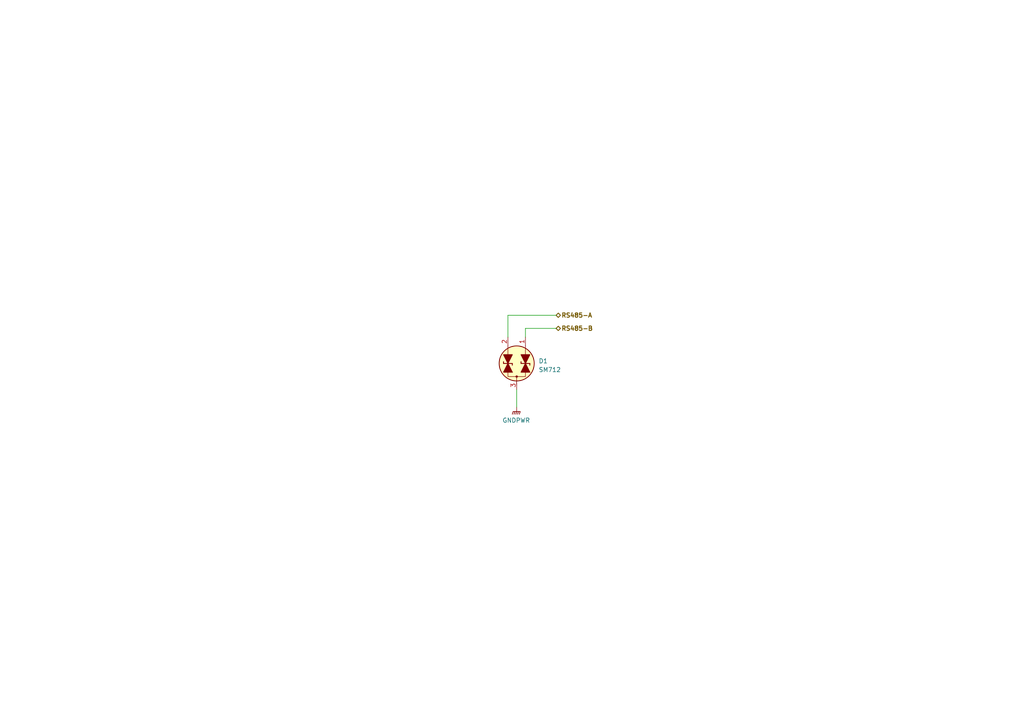
<source format=kicad_sch>
(kicad_sch
	(version 20250114)
	(generator "eeschema")
	(generator_version "9.0")
	(uuid "441bc736-eceb-4e6d-af11-4b453a0af35d")
	(paper "A4")
	(lib_symbols
		(symbol "GP8211S-TC50:GNDPWR"
			(power)
			(pin_numbers
				(hide yes)
			)
			(pin_names
				(offset 0)
				(hide yes)
			)
			(exclude_from_sim no)
			(in_bom yes)
			(on_board yes)
			(property "Reference" "#PWR"
				(at 0 -5.08 0)
				(effects
					(font
						(size 1.27 1.27)
					)
					(hide yes)
				)
			)
			(property "Value" "GNDPWR"
				(at 0 -3.302 0)
				(effects
					(font
						(size 1.27 1.27)
					)
				)
			)
			(property "Footprint" ""
				(at 0 -1.27 0)
				(effects
					(font
						(size 1.27 1.27)
					)
					(hide yes)
				)
			)
			(property "Datasheet" ""
				(at 0 -1.27 0)
				(effects
					(font
						(size 1.27 1.27)
					)
					(hide yes)
				)
			)
			(property "Description" "Power symbol creates a global label with name \"GNDPWR\" , global ground"
				(at 0 0 0)
				(effects
					(font
						(size 1.27 1.27)
					)
					(hide yes)
				)
			)
			(property "ki_keywords" "global ground"
				(at 0 0 0)
				(effects
					(font
						(size 1.27 1.27)
					)
					(hide yes)
				)
			)
			(symbol "GNDPWR_0_1"
				(polyline
					(pts
						(xy -1.016 -1.27) (xy -1.27 -2.032) (xy -1.27 -2.032)
					)
					(stroke
						(width 0.2032)
						(type default)
					)
					(fill
						(type none)
					)
				)
				(polyline
					(pts
						(xy -0.508 -1.27) (xy -0.762 -2.032) (xy -0.762 -2.032)
					)
					(stroke
						(width 0.2032)
						(type default)
					)
					(fill
						(type none)
					)
				)
				(polyline
					(pts
						(xy 0 -1.27) (xy 0 0)
					)
					(stroke
						(width 0)
						(type default)
					)
					(fill
						(type none)
					)
				)
				(polyline
					(pts
						(xy 0 -1.27) (xy -0.254 -2.032) (xy -0.254 -2.032)
					)
					(stroke
						(width 0.2032)
						(type default)
					)
					(fill
						(type none)
					)
				)
				(polyline
					(pts
						(xy 0.508 -1.27) (xy 0.254 -2.032) (xy 0.254 -2.032)
					)
					(stroke
						(width 0.2032)
						(type default)
					)
					(fill
						(type none)
					)
				)
				(polyline
					(pts
						(xy 1.016 -1.27) (xy -1.016 -1.27) (xy -1.016 -1.27)
					)
					(stroke
						(width 0.2032)
						(type default)
					)
					(fill
						(type none)
					)
				)
				(polyline
					(pts
						(xy 1.016 -1.27) (xy 0.762 -2.032) (xy 0.762 -2.032) (xy 0.762 -2.032)
					)
					(stroke
						(width 0.2032)
						(type default)
					)
					(fill
						(type none)
					)
				)
			)
			(symbol "GNDPWR_1_1"
				(pin power_in line
					(at 0 0 270)
					(length 0)
					(name "~"
						(effects
							(font
								(size 1.27 1.27)
							)
						)
					)
					(number "1"
						(effects
							(font
								(size 1.27 1.27)
							)
						)
					)
				)
			)
			(embedded_fonts no)
		)
		(symbol "GP8211S-TC50:SM712"
			(pin_names
				(offset 1.016)
				(hide yes)
			)
			(exclude_from_sim no)
			(in_bom yes)
			(on_board yes)
			(property "Reference" "D"
				(at 0 8.89 0)
				(effects
					(font
						(size 1.27 1.27)
					)
				)
			)
			(property "Value" "SM712"
				(at 0 6.35 0)
				(effects
					(font
						(size 1.27 1.27)
					)
				)
			)
			(property "Footprint" "PCM_Package_TO_SOT_SMD_AKL:SOT-23"
				(at 0 8.89 0)
				(effects
					(font
						(size 1.27 1.27)
					)
					(hide yes)
				)
			)
			(property "Datasheet" "https://www.tme.eu/Document/75933fc1842e5f5f3391c0542bf992c7/SM712.pdf"
				(at 0 8.89 0)
				(effects
					(font
						(size 1.27 1.27)
					)
					(hide yes)
				)
			)
			(property "Description" "SOT-23 Dual bidirectional TVS diode, 12V/7V, 600W, Alternate KiCAD Library"
				(at 0 0 0)
				(effects
					(font
						(size 1.27 1.27)
					)
					(hide yes)
				)
			)
			(property "ki_keywords" "dual tvs diode bidirectional SM712"
				(at 0 0 0)
				(effects
					(font
						(size 1.27 1.27)
					)
					(hide yes)
				)
			)
			(symbol "SM712_0_1"
				(polyline
					(pts
						(xy -6.35 0) (xy -3.81 0)
					)
					(stroke
						(width 0)
						(type default)
					)
					(fill
						(type none)
					)
				)
				(circle
					(center -3.81 0)
					(radius 0.254)
					(stroke
						(width 0)
						(type default)
					)
					(fill
						(type outline)
					)
				)
				(polyline
					(pts
						(xy -2.54 2.54) (xy -3.81 2.54) (xy -3.81 -2.54) (xy -2.54 -2.54)
					)
					(stroke
						(width 0)
						(type default)
					)
					(fill
						(type none)
					)
				)
				(circle
					(center 0 0)
					(radius 5.08)
					(stroke
						(width 0.254)
						(type default)
					)
					(fill
						(type background)
					)
				)
				(polyline
					(pts
						(xy 2.54 2.54) (xy 5.08 2.54)
					)
					(stroke
						(width 0)
						(type default)
					)
					(fill
						(type none)
					)
				)
				(polyline
					(pts
						(xy 2.54 -2.54) (xy 5.08 -2.54)
					)
					(stroke
						(width 0)
						(type default)
					)
					(fill
						(type none)
					)
				)
			)
			(symbol "SM712_0_2"
				(polyline
					(pts
						(xy -2.54 5.08) (xy -2.54 -5.08)
					)
					(stroke
						(width 0.254)
						(type default)
					)
					(fill
						(type none)
					)
				)
				(polyline
					(pts
						(xy -2.54 0) (xy 0 0)
					)
					(stroke
						(width 0)
						(type default)
					)
					(fill
						(type none)
					)
				)
				(polyline
					(pts
						(xy 0 6.35) (xy 0 7.62)
					)
					(stroke
						(width 0)
						(type default)
					)
					(fill
						(type none)
					)
				)
				(arc
					(start -2.54 5.08)
					(mid 0 7.5976)
					(end 2.54 5.08)
					(stroke
						(width 0.254)
						(type default)
					)
					(fill
						(type none)
					)
				)
				(polyline
					(pts
						(xy 0 1.27) (xy 0 -1.27)
					)
					(stroke
						(width 0)
						(type default)
					)
					(fill
						(type none)
					)
				)
				(circle
					(center 0 0)
					(radius 0.254)
					(stroke
						(width 0)
						(type default)
					)
					(fill
						(type outline)
					)
				)
				(arc
					(start 2.54 -5.08)
					(mid 0 -7.5976)
					(end -2.54 -5.08)
					(stroke
						(width 0.254)
						(type default)
					)
					(fill
						(type none)
					)
				)
				(polyline
					(pts
						(xy 0 -6.35) (xy 0 -7.62)
					)
					(stroke
						(width 0)
						(type default)
					)
					(fill
						(type none)
					)
				)
				(polyline
					(pts
						(xy 0 -7.62) (xy -1.016 -7.366) (xy -1.778 -6.858) (xy -2.286 -6.096) (xy -2.54 -5.588) (xy -2.54 5.334)
						(xy -2.286 6.096) (xy -2.032 6.604) (xy -1.524 7.112) (xy -0.254 7.62) (xy 0.254 7.62) (xy 1.524 7.112)
						(xy 2.032 6.604) (xy 2.286 6.096) (xy 2.54 5.334) (xy 2.54 0.254) (xy 2.54 -5.334) (xy 2.286 -6.096)
						(xy 2.032 -6.604) (xy 1.524 -7.112) (xy 1.016 -7.366) (xy 0 -7.62)
					)
					(stroke
						(width 0.01)
						(type default)
					)
					(fill
						(type background)
					)
				)
				(polyline
					(pts
						(xy 2.54 -5.08) (xy 2.54 5.08)
					)
					(stroke
						(width 0.254)
						(type default)
					)
					(fill
						(type none)
					)
				)
			)
			(symbol "SM712_1_1"
				(polyline
					(pts
						(xy -2.54 1.27) (xy -2.54 3.81) (xy 0 2.54) (xy -2.54 1.27)
					)
					(stroke
						(width 0.254)
						(type default)
					)
					(fill
						(type outline)
					)
				)
				(polyline
					(pts
						(xy -2.54 -3.81) (xy -2.54 -1.27) (xy 0 -2.54) (xy -2.54 -3.81)
					)
					(stroke
						(width 0.254)
						(type default)
					)
					(fill
						(type outline)
					)
				)
				(polyline
					(pts
						(xy -1.27 2.54) (xy 1.27 2.54)
					)
					(stroke
						(width 0)
						(type default)
					)
					(fill
						(type none)
					)
				)
				(polyline
					(pts
						(xy -1.27 -2.54) (xy 1.27 -2.54)
					)
					(stroke
						(width 0)
						(type default)
					)
					(fill
						(type none)
					)
				)
				(polyline
					(pts
						(xy 0 3.81) (xy 0.508 3.81)
					)
					(stroke
						(width 0.254)
						(type default)
					)
					(fill
						(type none)
					)
				)
				(polyline
					(pts
						(xy 0 2.54) (xy 2.54 1.27) (xy 2.54 3.81) (xy 0 2.54)
					)
					(stroke
						(width 0.254)
						(type default)
					)
					(fill
						(type outline)
					)
				)
				(polyline
					(pts
						(xy 0 1.27) (xy -0.508 1.27)
					)
					(stroke
						(width 0.254)
						(type default)
					)
					(fill
						(type none)
					)
				)
				(polyline
					(pts
						(xy 0 1.27) (xy 0 3.81)
					)
					(stroke
						(width 0.254)
						(type default)
					)
					(fill
						(type none)
					)
				)
				(polyline
					(pts
						(xy 0 -1.27) (xy 0.508 -1.27)
					)
					(stroke
						(width 0.254)
						(type default)
					)
					(fill
						(type none)
					)
				)
				(polyline
					(pts
						(xy 0 -2.54) (xy 2.54 -3.81) (xy 2.54 -1.27) (xy 0 -2.54)
					)
					(stroke
						(width 0.254)
						(type default)
					)
					(fill
						(type outline)
					)
				)
				(polyline
					(pts
						(xy 0 -3.81) (xy -0.508 -3.81)
					)
					(stroke
						(width 0.254)
						(type default)
					)
					(fill
						(type none)
					)
				)
				(polyline
					(pts
						(xy 0 -3.81) (xy 0 -1.27)
					)
					(stroke
						(width 0.254)
						(type default)
					)
					(fill
						(type none)
					)
				)
				(pin passive line
					(at -7.62 0 0)
					(length 2.54)
					(name "Com"
						(effects
							(font
								(size 1.27 1.27)
							)
						)
					)
					(number "3"
						(effects
							(font
								(size 1.27 1.27)
							)
						)
					)
				)
				(pin passive line
					(at 7.62 2.54 180)
					(length 2.54)
					(name "A2"
						(effects
							(font
								(size 1.27 1.27)
							)
						)
					)
					(number "2"
						(effects
							(font
								(size 1.27 1.27)
							)
						)
					)
				)
				(pin passive line
					(at 7.62 -2.54 180)
					(length 2.54)
					(name "A1"
						(effects
							(font
								(size 1.27 1.27)
							)
						)
					)
					(number "1"
						(effects
							(font
								(size 1.27 1.27)
							)
						)
					)
				)
			)
			(symbol "SM712_1_2"
				(polyline
					(pts
						(xy -1.27 3.81) (xy -1.27 4.318)
					)
					(stroke
						(width 0.254)
						(type default)
					)
					(fill
						(type none)
					)
				)
				(polyline
					(pts
						(xy -1.27 -3.81) (xy -1.27 -3.302)
					)
					(stroke
						(width 0.254)
						(type default)
					)
					(fill
						(type none)
					)
				)
				(polyline
					(pts
						(xy 0 3.81) (xy 1.27 6.35) (xy -1.27 6.35) (xy 0 3.81)
					)
					(stroke
						(width 0.254)
						(type default)
					)
					(fill
						(type outline)
					)
				)
				(polyline
					(pts
						(xy 0 -3.81) (xy 1.27 -1.27) (xy -1.27 -1.27) (xy 0 -3.81)
					)
					(stroke
						(width 0.254)
						(type default)
					)
					(fill
						(type outline)
					)
				)
				(polyline
					(pts
						(xy 1.27 3.81) (xy -1.27 3.81)
					)
					(stroke
						(width 0.254)
						(type default)
					)
					(fill
						(type none)
					)
				)
				(polyline
					(pts
						(xy 1.27 3.81) (xy 1.27 3.302)
					)
					(stroke
						(width 0.254)
						(type default)
					)
					(fill
						(type none)
					)
				)
				(polyline
					(pts
						(xy 1.27 1.27) (xy -1.27 1.27) (xy 0 3.81) (xy 1.27 1.27)
					)
					(stroke
						(width 0.254)
						(type default)
					)
					(fill
						(type outline)
					)
				)
				(polyline
					(pts
						(xy 1.27 -3.81) (xy -1.27 -3.81)
					)
					(stroke
						(width 0.254)
						(type default)
					)
					(fill
						(type none)
					)
				)
				(polyline
					(pts
						(xy 1.27 -3.81) (xy 1.27 -4.318)
					)
					(stroke
						(width 0.254)
						(type default)
					)
					(fill
						(type none)
					)
				)
				(polyline
					(pts
						(xy 1.27 -6.35) (xy -1.27 -6.35) (xy 0 -3.81) (xy 1.27 -6.35)
					)
					(stroke
						(width 0.254)
						(type default)
					)
					(fill
						(type outline)
					)
				)
				(pin passive line
					(at -5.08 0 0)
					(length 2.54)
					(name "Com"
						(effects
							(font
								(size 1.27 1.27)
							)
						)
					)
					(number "3"
						(effects
							(font
								(size 1.27 1.27)
							)
						)
					)
				)
				(pin passive line
					(at 0 10.16 270)
					(length 2.54)
					(name "A2"
						(effects
							(font
								(size 1.27 1.27)
							)
						)
					)
					(number "2"
						(effects
							(font
								(size 1.27 1.27)
							)
						)
					)
				)
				(pin passive line
					(at 0 -10.16 90)
					(length 2.54)
					(name "A1"
						(effects
							(font
								(size 1.27 1.27)
							)
						)
					)
					(number "1"
						(effects
							(font
								(size 1.27 1.27)
							)
						)
					)
				)
			)
			(embedded_fonts no)
		)
	)
	(wire
		(pts
			(xy 149.86 113.03) (xy 149.86 118.11)
		)
		(stroke
			(width 0)
			(type default)
		)
		(uuid "09c0895b-7cf9-4836-b783-66d1c1ab84d5")
	)
	(wire
		(pts
			(xy 147.32 91.44) (xy 161.29 91.44)
		)
		(stroke
			(width 0)
			(type default)
		)
		(uuid "0c228da7-aca9-4f29-b99e-bf555fb81e81")
	)
	(wire
		(pts
			(xy 147.32 97.79) (xy 147.32 91.44)
		)
		(stroke
			(width 0)
			(type default)
		)
		(uuid "11ea6875-eaa8-4665-9ee7-25cab23555f3")
	)
	(wire
		(pts
			(xy 152.4 97.79) (xy 152.4 95.25)
		)
		(stroke
			(width 0)
			(type default)
		)
		(uuid "31cb55c4-2b99-4ea7-a975-1849dcbca17e")
	)
	(wire
		(pts
			(xy 152.4 95.25) (xy 161.29 95.25)
		)
		(stroke
			(width 0)
			(type default)
		)
		(uuid "73784847-910e-49f3-96d5-d60cdfa53772")
	)
	(hierarchical_label "RS485-A"
		(shape bidirectional)
		(at 161.29 91.44 0)
		(effects
			(font
				(size 1.27 1.27)
				(thickness 0.254)
				(bold yes)
			)
			(justify left)
		)
		(uuid "32393a70-9247-48cc-805a-fb0a55781f8f")
	)
	(hierarchical_label "RS485-B"
		(shape bidirectional)
		(at 161.29 95.25 0)
		(effects
			(font
				(size 1.27 1.27)
				(thickness 0.254)
				(bold yes)
			)
			(justify left)
		)
		(uuid "38fcc755-2698-4f32-a098-38817b1f42d7")
	)
	(symbol
		(lib_id "GP8211S-TC50:GNDPWR")
		(at 149.86 118.11 0)
		(unit 1)
		(exclude_from_sim no)
		(in_bom yes)
		(on_board yes)
		(dnp no)
		(fields_autoplaced yes)
		(uuid "135c9f07-104b-44ee-9805-5cbe783d427a")
		(property "Reference" "#PWR04"
			(at 149.86 123.19 0)
			(effects
				(font
					(size 1.27 1.27)
				)
				(hide yes)
			)
		)
		(property "Value" "GNDPWR"
			(at 149.733 121.92 0)
			(effects
				(font
					(size 1.27 1.27)
				)
			)
		)
		(property "Footprint" ""
			(at 149.86 119.38 0)
			(effects
				(font
					(size 1.27 1.27)
				)
				(hide yes)
			)
		)
		(property "Datasheet" ""
			(at 149.86 119.38 0)
			(effects
				(font
					(size 1.27 1.27)
				)
				(hide yes)
			)
		)
		(property "Description" "Power symbol creates a global label with name \"GNDPWR\" , global ground"
			(at 149.86 118.11 0)
			(effects
				(font
					(size 1.27 1.27)
				)
				(hide yes)
			)
		)
		(pin "1"
			(uuid "dde02e71-c2b5-47c0-aa57-2ea95fd1c18a")
		)
		(instances
			(project ""
				(path "/20dd9fa8-33e5-4e01-8b4a-8cb5828152c9/ef44eee8-cd41-4527-92e2-6c408c0d0d91/e98ee65e-ee05-4d3d-8906-03b9f7fcdaaf/253ff188-3e0d-433d-bf9c-a456b24e8b47"
					(reference "#PWR04")
					(unit 1)
				)
			)
		)
	)
	(symbol
		(lib_id "GP8211S-TC50:SM712")
		(at 149.86 105.41 90)
		(unit 1)
		(exclude_from_sim no)
		(in_bom yes)
		(on_board yes)
		(dnp no)
		(fields_autoplaced yes)
		(uuid "f8164197-39c8-47dd-bbd8-a426fda21287")
		(property "Reference" "D1"
			(at 156.21 104.7114 90)
			(effects
				(font
					(size 1.27 1.27)
				)
				(justify right)
			)
		)
		(property "Value" "SM712"
			(at 156.21 107.2514 90)
			(effects
				(font
					(size 1.27 1.27)
				)
				(justify right)
			)
		)
		(property "Footprint" "PCM_Package_TO_SOT_SMD_AKL:SOT-23"
			(at 140.97 105.41 0)
			(effects
				(font
					(size 1.27 1.27)
				)
				(hide yes)
			)
		)
		(property "Datasheet" "https://www.tme.eu/Document/75933fc1842e5f5f3391c0542bf992c7/SM712.pdf"
			(at 140.97 105.41 0)
			(effects
				(font
					(size 1.27 1.27)
				)
				(hide yes)
			)
		)
		(property "Description" "SOT-23 Dual bidirectional TVS diode, 12V/7V, 600W, Alternate KiCAD Library"
			(at 149.86 105.41 0)
			(effects
				(font
					(size 1.27 1.27)
				)
				(hide yes)
			)
		)
		(property "LCSC" ""
			(at 149.86 105.41 90)
			(effects
				(font
					(size 1.27 1.27)
				)
				(hide yes)
			)
		)
		(pin "2"
			(uuid "c4801583-59aa-47ac-b52e-9989df12dfdd")
		)
		(pin "3"
			(uuid "312e3485-d06f-433a-9f39-c073bb04dd19")
		)
		(pin "1"
			(uuid "e83fb133-c266-418e-a446-0482cb33d156")
		)
		(instances
			(project ""
				(path "/20dd9fa8-33e5-4e01-8b4a-8cb5828152c9/ef44eee8-cd41-4527-92e2-6c408c0d0d91/e98ee65e-ee05-4d3d-8906-03b9f7fcdaaf/253ff188-3e0d-433d-bf9c-a456b24e8b47"
					(reference "D1")
					(unit 1)
				)
			)
		)
	)
)

</source>
